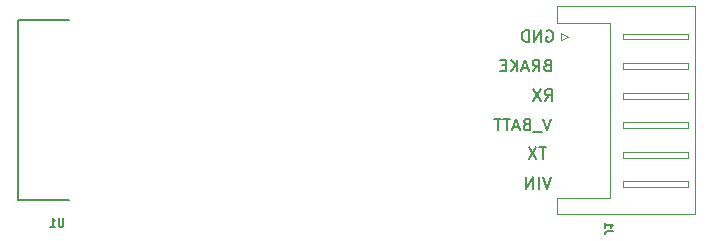
<source format=gbr>
%TF.GenerationSoftware,KiCad,Pcbnew,5.99.0-unknown-881cb3182b~117~ubuntu18.04.1*%
%TF.CreationDate,2021-02-21T21:18:57+01:00*%
%TF.ProjectId,stanislao_nrf,7374616e-6973-46c6-916f-5f6e72662e6b,rev?*%
%TF.SameCoordinates,Original*%
%TF.FileFunction,Legend,Bot*%
%TF.FilePolarity,Positive*%
%FSLAX46Y46*%
G04 Gerber Fmt 4.6, Leading zero omitted, Abs format (unit mm)*
G04 Created by KiCad (PCBNEW 5.99.0-unknown-881cb3182b~117~ubuntu18.04.1) date 2021-02-21 21:18:57*
%MOMM*%
%LPD*%
G01*
G04 APERTURE LIST*
%ADD10C,0.150000*%
%ADD11C,0.127000*%
%ADD12C,0.120000*%
G04 APERTURE END LIST*
D10*
X92595238Y-75652380D02*
X92261904Y-76652380D01*
X91928571Y-75652380D01*
X91595238Y-76652380D02*
X91595238Y-75652380D01*
X91119047Y-76652380D02*
X91119047Y-75652380D01*
X90547619Y-76652380D01*
X90547619Y-75652380D01*
X92201904Y-73112380D02*
X91630476Y-73112380D01*
X91916190Y-74112380D02*
X91916190Y-73112380D01*
X91392380Y-73112380D02*
X90725714Y-74112380D01*
X90725714Y-73112380D02*
X91392380Y-74112380D01*
X92654761Y-70702380D02*
X92321428Y-71702380D01*
X91988095Y-70702380D01*
X91892857Y-71797619D02*
X91130952Y-71797619D01*
X90559523Y-71178571D02*
X90416666Y-71226190D01*
X90369047Y-71273809D01*
X90321428Y-71369047D01*
X90321428Y-71511904D01*
X90369047Y-71607142D01*
X90416666Y-71654761D01*
X90511904Y-71702380D01*
X90892857Y-71702380D01*
X90892857Y-70702380D01*
X90559523Y-70702380D01*
X90464285Y-70750000D01*
X90416666Y-70797619D01*
X90369047Y-70892857D01*
X90369047Y-70988095D01*
X90416666Y-71083333D01*
X90464285Y-71130952D01*
X90559523Y-71178571D01*
X90892857Y-71178571D01*
X89940476Y-71416666D02*
X89464285Y-71416666D01*
X90035714Y-71702380D02*
X89702380Y-70702380D01*
X89369047Y-71702380D01*
X89178571Y-70702380D02*
X88607142Y-70702380D01*
X88892857Y-71702380D02*
X88892857Y-70702380D01*
X88416666Y-70702380D02*
X87845238Y-70702380D01*
X88130952Y-71702380D02*
X88130952Y-70702380D01*
X92114666Y-69202380D02*
X92448000Y-68726190D01*
X92686095Y-69202380D02*
X92686095Y-68202380D01*
X92305142Y-68202380D01*
X92209904Y-68250000D01*
X92162285Y-68297619D01*
X92114666Y-68392857D01*
X92114666Y-68535714D01*
X92162285Y-68630952D01*
X92209904Y-68678571D01*
X92305142Y-68726190D01*
X92686095Y-68726190D01*
X91781333Y-68202380D02*
X91114666Y-69202380D01*
X91114666Y-68202380D02*
X91781333Y-69202380D01*
X92309523Y-66178571D02*
X92166666Y-66226190D01*
X92119047Y-66273809D01*
X92071428Y-66369047D01*
X92071428Y-66511904D01*
X92119047Y-66607142D01*
X92166666Y-66654761D01*
X92261904Y-66702380D01*
X92642857Y-66702380D01*
X92642857Y-65702380D01*
X92309523Y-65702380D01*
X92214285Y-65750000D01*
X92166666Y-65797619D01*
X92119047Y-65892857D01*
X92119047Y-65988095D01*
X92166666Y-66083333D01*
X92214285Y-66130952D01*
X92309523Y-66178571D01*
X92642857Y-66178571D01*
X91071428Y-66702380D02*
X91404761Y-66226190D01*
X91642857Y-66702380D02*
X91642857Y-65702380D01*
X91261904Y-65702380D01*
X91166666Y-65750000D01*
X91119047Y-65797619D01*
X91071428Y-65892857D01*
X91071428Y-66035714D01*
X91119047Y-66130952D01*
X91166666Y-66178571D01*
X91261904Y-66226190D01*
X91642857Y-66226190D01*
X90690476Y-66416666D02*
X90214285Y-66416666D01*
X90785714Y-66702380D02*
X90452380Y-65702380D01*
X90119047Y-66702380D01*
X89785714Y-66702380D02*
X89785714Y-65702380D01*
X89214285Y-66702380D02*
X89642857Y-66130952D01*
X89214285Y-65702380D02*
X89785714Y-66273809D01*
X88785714Y-66178571D02*
X88452380Y-66178571D01*
X88309523Y-66702380D02*
X88785714Y-66702380D01*
X88785714Y-65702380D01*
X88309523Y-65702380D01*
X92261904Y-63250000D02*
X92357142Y-63202380D01*
X92500000Y-63202380D01*
X92642857Y-63250000D01*
X92738095Y-63345238D01*
X92785714Y-63440476D01*
X92833333Y-63630952D01*
X92833333Y-63773809D01*
X92785714Y-63964285D01*
X92738095Y-64059523D01*
X92642857Y-64154761D01*
X92500000Y-64202380D01*
X92404761Y-64202380D01*
X92261904Y-64154761D01*
X92214285Y-64107142D01*
X92214285Y-63773809D01*
X92404761Y-63773809D01*
X91785714Y-64202380D02*
X91785714Y-63202380D01*
X91214285Y-64202380D01*
X91214285Y-63202380D01*
X90738095Y-64202380D02*
X90738095Y-63202380D01*
X90500000Y-63202380D01*
X90357142Y-63250000D01*
X90261904Y-63345238D01*
X90214285Y-63440476D01*
X90166666Y-63630952D01*
X90166666Y-63773809D01*
X90214285Y-63964285D01*
X90261904Y-64059523D01*
X90357142Y-64154761D01*
X90500000Y-64202380D01*
X90738095Y-64202380D01*
%TO.C,U1*%
X51348333Y-79141666D02*
X51348333Y-79708333D01*
X51315000Y-79775000D01*
X51281666Y-79808333D01*
X51215000Y-79841666D01*
X51081666Y-79841666D01*
X51015000Y-79808333D01*
X50981666Y-79775000D01*
X50948333Y-79708333D01*
X50948333Y-79141666D01*
X50248333Y-79841666D02*
X50648333Y-79841666D01*
X50448333Y-79841666D02*
X50448333Y-79141666D01*
X50515000Y-79241666D01*
X50581666Y-79308333D01*
X50648333Y-79341666D01*
%TO.C,J1*%
X97883333Y-80233333D02*
X97383333Y-80233333D01*
X97283333Y-80266666D01*
X97216666Y-80333333D01*
X97183333Y-80433333D01*
X97183333Y-80500000D01*
X97183333Y-79533333D02*
X97183333Y-79933333D01*
X97183333Y-79733333D02*
X97883333Y-79733333D01*
X97783333Y-79800000D01*
X97716666Y-79866666D01*
X97683333Y-79933333D01*
D11*
%TO.C,U1*%
X47480000Y-77620000D02*
X47480000Y-62380000D01*
X47480000Y-62380000D02*
X51850000Y-62380000D01*
X51850000Y-77620000D02*
X47480000Y-77620000D01*
D12*
%TO.C,J1*%
X93140000Y-78810000D02*
X93140000Y-77390000D01*
X104250000Y-64000000D02*
X98750000Y-64000000D01*
X104250000Y-69000000D02*
X98750000Y-69000000D01*
X93140000Y-61190000D02*
X93140000Y-62610000D01*
X98750000Y-76500000D02*
X98750000Y-76000000D01*
X104250000Y-68500000D02*
X104250000Y-69000000D01*
X104860000Y-61190000D02*
X93140000Y-61190000D01*
X104860000Y-70000000D02*
X104860000Y-78810000D01*
X104860000Y-78810000D02*
X93140000Y-78810000D01*
X98750000Y-73500000D02*
X104250000Y-73500000D01*
X98750000Y-74000000D02*
X98750000Y-73500000D01*
X97640000Y-62610000D02*
X97640000Y-70000000D01*
X93450000Y-63450000D02*
X93450000Y-64050000D01*
X104250000Y-71000000D02*
X104250000Y-71500000D01*
X104250000Y-73500000D02*
X104250000Y-74000000D01*
X98750000Y-68500000D02*
X104250000Y-68500000D01*
X97640000Y-77390000D02*
X97640000Y-70000000D01*
X98750000Y-64000000D02*
X98750000Y-63500000D01*
X104250000Y-76500000D02*
X98750000Y-76500000D01*
X98750000Y-63500000D02*
X104250000Y-63500000D01*
X98750000Y-66500000D02*
X98750000Y-66000000D01*
X93140000Y-62610000D02*
X97640000Y-62610000D01*
X104250000Y-71500000D02*
X98750000Y-71500000D01*
X93140000Y-77390000D02*
X97640000Y-77390000D01*
X104860000Y-70000000D02*
X104860000Y-61190000D01*
X104250000Y-66500000D02*
X98750000Y-66500000D01*
X98750000Y-71000000D02*
X104250000Y-71000000D01*
X104250000Y-63500000D02*
X104250000Y-64000000D01*
X98750000Y-69000000D02*
X98750000Y-68500000D01*
X94050000Y-63750000D02*
X93450000Y-63450000D01*
X98750000Y-76000000D02*
X104250000Y-76000000D01*
X104250000Y-76000000D02*
X104250000Y-76500000D01*
X98750000Y-71500000D02*
X98750000Y-71000000D01*
X93450000Y-64050000D02*
X94050000Y-63750000D01*
X98750000Y-66000000D02*
X104250000Y-66000000D01*
X104250000Y-74000000D02*
X98750000Y-74000000D01*
X104250000Y-66000000D02*
X104250000Y-66500000D01*
%TD*%
M02*

</source>
